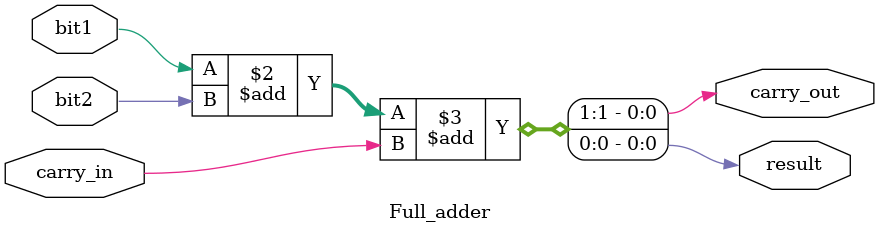
<source format=v>
`timescale 1ns / 1ps

module Full_adder (
input bit1,
input bit2,
input carry_in,
output reg result,
output reg carry_out

);

always@(*)
begin
    {carry_out,result} = bit1 + bit2 + carry_in;
end
endmodule
</source>
